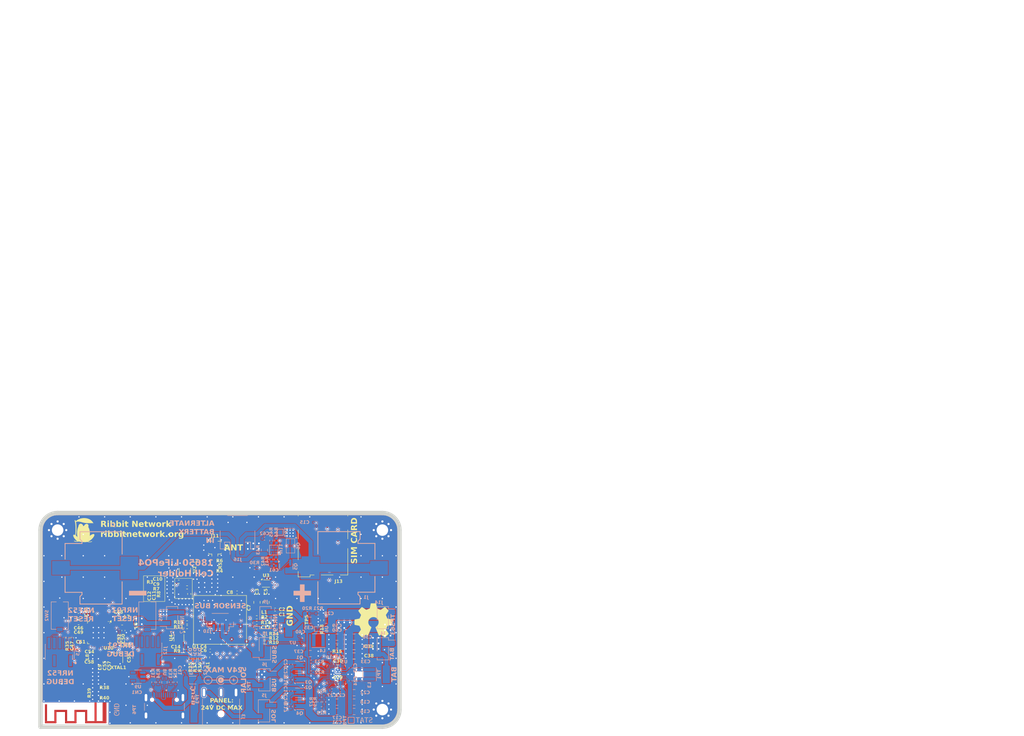
<source format=kicad_pcb>
(kicad_pcb
	(version 20241229)
	(generator "pcbnew")
	(generator_version "9.0")
	(general
		(thickness 1.611)
		(legacy_teardrops no)
	)
	(paper "A4")
	(layers
		(0 "F.Cu" signal)
		(4 "In1.Cu" power)
		(6 "In2.Cu" signal)
		(8 "In3.Cu" signal)
		(10 "In4.Cu" power)
		(2 "B.Cu" signal)
		(9 "F.Adhes" user "F.Adhesive")
		(11 "B.Adhes" user "B.Adhesive")
		(13 "F.Paste" user)
		(15 "B.Paste" user)
		(5 "F.SilkS" user "F.Silkscreen")
		(7 "B.SilkS" user "B.Silkscreen")
		(1 "F.Mask" user)
		(3 "B.Mask" user)
		(17 "Dwgs.User" user "User.Drawings")
		(19 "Cmts.User" user "User.Comments")
		(21 "Eco1.User" user "User.Eco1")
		(23 "Eco2.User" user "User.Eco2")
		(25 "Edge.Cuts" user)
		(27 "Margin" user)
		(31 "F.CrtYd" user "F.Courtyard")
		(29 "B.CrtYd" user "B.Courtyard")
		(35 "F.Fab" user)
		(33 "B.Fab" user)
	)
	(setup
		(stackup
			(layer "F.SilkS"
				(type "Top Silk Screen")
				(color "White")
			)
			(layer "F.Paste"
				(type "Top Solder Paste")
			)
			(layer "F.Mask"
				(type "Top Solder Mask")
				(color "Green")
				(thickness 0.025)
			)
			(layer "F.Cu"
				(type "copper")
				(thickness 0.035)
			)
			(layer "dielectric 1"
				(type "prepreg")
				(color "#808080FF")
				(thickness 0.069)
				(material "FR4")
				(epsilon_r 4.5)
				(loss_tangent 0.02)
			)
			(layer "In1.Cu"
				(type "copper")
				(thickness 0.03)
			)
			(layer "dielectric 2"
				(type "core")
				(color "FR4 natural")
				(thickness 0.075)
				(material "FR4")
				(epsilon_r 4.5)
				(loss_tangent 0.02)
			)
			(layer "In2.Cu"
				(type "copper")
				(thickness 0.03)
			)
			(layer "dielectric 3"
				(type "prepreg")
				(color "FR4 natural")
				(thickness 0.109)
				(material "FR4")
				(epsilon_r 4.5)
				(loss_tangent 0.02) addsublayer
				(color "FR4 natural")
				(thickness 0.865)
				(material "FR4")
				(epsilon_r 4.5)
				(loss_tangent 0.02) addsublayer
				(color "FR4 natural")
				(thickness 0.109)
				(material "FR4")
				(epsilon_r 4.5)
				(loss_tangent 0.02)
			)
			(layer "In3.Cu"
				(type "copper")
				(thickness 0.03)
			)
			(layer "dielectric 4"
				(type "core")
				(color "FR4 natural")
				(thickness 0.075)
				(material "FR4")
				(epsilon_r 4.5)
				(loss_tangent 0.02)
			)
			(layer "In4.Cu"
				(type "copper")
				(thickness 0.03)
			)
			(layer "dielectric 5"
				(type "prepreg")
				(thickness 0.069)
				(material "FR4")
				(epsilon_r 4.5)
				(loss_tangent 0.02)
			)
			(layer "B.Cu"
				(type "copper")
				(thickness 0.035)
			)
			(layer "B.Mask"
				(type "Bottom Solder Mask")
				(color "Green")
				(thickness 0.025)
			)
			(layer "B.Paste"
				(type "Bottom Solder Paste")
			)
			(layer "B.SilkS"
				(type "Bottom Silk Screen")
				(color "White")
			)
			(copper_finish "ENIG")
			(dielectric_constraints yes)
		)
		(pad_to_mask_clearance 0)
		(allow_soldermask_bridges_in_footprints no)
		(tenting none)
		(grid_origin 50.1 186.2)
		(pcbplotparams
			(layerselection 0x00000000_00000000_55555555_5755f5ff)
			(plot_on_all_layers_selection 0x00000000_00000000_00000000_00000000)
			(disableapertmacros no)
			(usegerberextensions no)
			(usegerberattributes yes)
			(usegerberadvancedattributes yes)
			(creategerberjobfile yes)
			(dashed_line_dash_ratio 12.000000)
			(dashed_line_gap_ratio 3.000000)
			(svgprecision 4)
			(plotframeref no)
			(mode 1)
			(useauxorigin no)
			(hpglpennumber 1)
			(hpglpenspeed 20)
			(hpglpendiameter 15.000000)
			(pdf_front_fp_property_popups yes)
			(pdf_back_fp_property_popups yes)
			(pdf_metadata yes)
			(pdf_single_document no)
			(dxfpolygonmode yes)
			(dxfimperialunits yes)
			(dxfusepcbnewfont yes)
			(psnegative no)
			(psa4output no)
			(plot_black_and_white yes)
			(plotinvisibletext no)
			(sketchpadsonfab no)
			(plotpadnumbers no)
			(hidednponfab no)
			(sketchdnponfab yes)
			(crossoutdnponfab yes)
			(subtractmaskfromsilk no)
			(outputformat 1)
			(mirror no)
			(drillshape 1)
			(scaleselection 1)
			(outputdirectory "")
		)
	)
	(net 0 "")
	(net 1 "GND")
	(net 2 "/PWR_nRF91")
	(net 3 "/nRF9151 - Power + RF/nRF91_VDD_GPIO")
	(net 4 "/nRF9151 - Power + RF/nRF91_VDD")
	(net 5 "Net-(U1A-DEC0)")
	(net 6 "/nRF9151 - Power + RF/LNA_EN_FILT")
	(net 7 "/nRF9151 - Power + RF/LNA_VCC_IN")
	(net 8 "/nRF9151 - GPIO + UICC/nRESET_FILT")
	(net 9 "VCC")
	(net 10 "/USB/PWR_USB_5V0_IN")
	(net 11 "/Power Management/ACDRV1_S")
	(net 12 "/Power Management/ACDRV1_G")
	(net 13 "/Power Management/ACDRV2_G")
	(net 14 "/Power Management/ACDRV2_S")
	(net 15 "/Power Management/PWR_VBUS")
	(net 16 "/Power Management/PMID")
	(net 17 "/PWR_USB_IN")
	(net 18 "/Power Management/REGN")
	(net 19 "/PWR_PANEL")
	(net 20 "/PWR_USB")
	(net 21 "/Power Management/BTST2")
	(net 22 "/Power Management/SW2")
	(net 23 "/Power Management/BTST1")
	(net 24 "/Power Management/SW1")
	(net 25 "/nRF52833/XC2")
	(net 26 "/PWR_3V3")
	(net 27 "/Power Management/CT")
	(net 28 "/Power Management/SDRV")
	(net 29 "/nRF52833/DEC3")
	(net 30 "/nRF52833/XC1")
	(net 31 "/nRF52833/ANT_MATCH")
	(net 32 "/PWR_nRF52")
	(net 33 "/nRF52833/DEC4_6")
	(net 34 "/USB/USB_CMC_D_P")
	(net 35 "/USB/USB_CC1")
	(net 36 "/USB/USB_CC2")
	(net 37 "/BAT_N")
	(net 38 "/USB/USB_CMC_D_N")
	(net 39 "Net-(U10-DEC1)")
	(net 40 "/nRF9151 - GPIO + UICC/LED_GREEN")
	(net 41 "/nRF9151 - GPIO + UICC/LED_RED")
	(net 42 "/nRF9151 - GPIO + UICC/LED_YELLOW")
	(net 43 "/nRF9151 - Power + RF/LTE_ANT")
	(net 44 "/nRF9151 - GPIO + UICC/APP_SIM_DETECT")
	(net 45 "/nRF9151 - GPIO + UICC/SIM_CLK_EXT")
	(net 46 "/nRF9151 - GPIO + UICC/SIM_RST_EXT")
	(net 47 "/nRF9151 - GPIO + UICC/SIM_IO_EXT")
	(net 48 "/PWR_BAT_IN")
	(net 49 "/PANEL_DETECT")
	(net 50 "/PWR_PANEL_IN")
	(net 51 "Net-(U10-P0.18{slash}RESET)")
	(net 52 "Net-(U10-DECUSB)")
	(net 53 "unconnected-(CN1-SBU2-PadB8)")
	(net 54 "unconnected-(CN1-SBU1-PadA8)")
	(net 55 "/I2C_SBUS.SDA")
	(net 56 "/I2C_SBUS.SCL")
	(net 57 "/nRF52833/nRF_GPIO0")
	(net 58 "unconnected-(J12-NC-Pad8)")
	(net 59 "/nRF52833/nRF52_SWCLK")
	(net 60 "/nRF52833/nRF91_SWD.nRESET")
	(net 61 "/nRF52_nRESET")
	(net 62 "/nRF52833/nRF52_SWDIO")
	(net 63 "unconnected-(J12-KEY-Pad7)")
	(net 64 "/nRF9151 - GPIO + UICC/SWO_UNUSED")
	(net 65 "unconnected-(J13-VPP{slash}SWP-PadC6)")
	(net 66 "/PWR_3V3_LS_OUT")
	(net 67 "/nRF9151 - Power + RF/FIL_OUT")
	(net 68 "/nRF9151 - Power + RF/AMP_IN")
	(net 69 "unconnected-(J15-NC-Pad8)")
	(net 70 "/nRF52833/ANT_BLE")
	(net 71 "/nRF52833/DCC_L")
	(net 72 "/nRF52833/DCC")
	(net 73 "Net-(U1A-ENABLE)")
	(net 74 "/nRF9151 - Power + RF/LTE_ANT_TUNED")
	(net 75 "/nRF9151 - GPIO + UICC/LNA_EN")
	(net 76 "unconnected-(J15-KEY-Pad7)")
	(net 77 "Net-(U6-LX2)")
	(net 78 "Net-(U6-LX1)")
	(net 79 "/Power Management/I2C_PMIC.SCL")
	(net 80 "/USB/USB_D_N")
	(net 81 "/USB/USB_D_P")
	(net 82 "/Power Management/ACDRV1")
	(net 83 "/Power Management/ACDRV2")
	(net 84 "/Power Management/PROG")
	(net 85 "/BOOST_PWM_EN")
	(net 86 "/Power Management/BATP")
	(net 87 "/nRF52833/RADIO")
	(net 88 "/nRF9151 - GPIO + UICC/SPI_FLASH_SCLK")
	(net 89 "/Power Management/TS")
	(net 90 "/Power Management/FB")
	(net 91 "/Power Management/ILIM_HIZ")
	(net 92 "unconnected-(U1C-COEX2-Pad54)")
	(net 93 "unconnected-(U1D-RESERVED-Pad82)")
	(net 94 "/Power Management/I2C_PMIC.SDA")
	(net 95 "unconnected-(U1D-RESERVED-Pad99)")
	(net 96 "/nRF9151 - GPIO + UICC/SPI_FLASH_SIO1")
	(net 97 "unconnected-(U1D-RESERVED-Pad31)")
	(net 98 "unconnected-(U1C-COEX1-Pad53)")
	(net 99 "unconnected-(U1C-MAGPIO0-Pad21)")
	(net 100 "/nRF9151 - GPIO + UICC/SIM_RST_IN")
	(net 101 "unconnected-(U1D-RESERVED-Pad103)")
	(net 102 "/nRF52833/nRF_GPIO2")
	(net 103 "unconnected-(U1C-SIM_DET-Pad26)")
	(net 104 "unconnected-(U1D-RESERVED-Pad101)")
	(net 105 "unconnected-(U1D-RESERVED-Pad32)")
	(net 106 "unconnected-(U1D-RESERVED-Pad33)")
	(net 107 "/nRF52833/UART0.TX")
	(net 108 "unconnected-(U1D-RESERVED-Pad90)")
	(net 109 "/nRF52833/BLE_SPI.MOSI")
	(net 110 "/nRF9151 - GPIO + UICC/SPI_FLASH_nHOLD{slash}SIO3")
	(net 111 "unconnected-(U1D-RESERVED-Pad92)")
	(net 112 "unconnected-(U1D-RESERVED-Pad100)")
	(net 113 "/nRF52833/BLE_SPI.nCS")
	(net 114 "unconnected-(U1D-RESERVED-Pad98)")
	(net 115 "/nRF52833/nRF_GPIO1")
	(net 116 "unconnected-(U1D-RESERVED-Pad84)")
	(net 117 "unconnected-(U1D-RESERVED-Pad86)")
	(net 118 "unconnected-(U1C-MAGPIO1-Pad22)")
	(net 119 "unconnected-(U1D-RESERVED-Pad91)")
	(net 120 "unconnected-(U1C-SDATA-Pad27)")
	(net 121 "unconnected-(U1C-MAGPIO2-Pad23)")
	(net 122 "unconnected-(U1C-SCLK-Pad28)")
	(net 123 "unconnected-(U1D-RESERVED-Pad96)")
	(net 124 "/nRF9151 - GPIO + UICC/SPI_FLASH_nWP{slash}SIO2")
	(net 125 "unconnected-(U1D-RESERVED-Pad81)")
	(net 126 "unconnected-(U1D-RESERVED-Pad104)")
	(net 127 "/nRF52833/nRF91_SWD.IO")
	(net 128 "/nRF9151 - GPIO + UICC/SIM_CLK_IN")
	(net 129 "unconnected-(U1C-VIO-Pad29)")
	(net 130 "/nRF52833/UART0.RX")
	(net 131 "unconnected-(U1D-RESERVED-Pad93)")
	(net 132 "unconnected-(U1D-RESERVED-Pad85)")
	(net 133 "/nRF52833/BLE_SPI.MISO")
	(net 134 "unconnected-(U1D-RESERVED-Pad97)")
	(net 135 "/nRF52833/BLE_SPI.CLK")
	(net 136 "unconnected-(U5-D+-Pad6)")
	(net 137 "unconnected-(U1D-RESERVED-Pad89)")
	(net 138 "unconnected-(U1D-RESERVED-Pad87)")
	(net 139 "unconnected-(U1D-RESERVED-Pad102)")
	(net 140 "/nRF9151 - Power + RF/GNSS_LNA_RF")
	(net 141 "/nRF9151 - GPIO + UICC/SIM_IO_IN")
	(net 142 "unconnected-(U1D-RESERVED-Pad94)")
	(net 143 "unconnected-(U1D-RESERVED-Pad83)")
	(net 144 "/nRF9151 - GPIO + UICC/SPI_FLASH_SI{slash}SIO0")
	(net 145 "/nRF9151 - GPIO + UICC/SPI_FLASH_nCS")
	(net 146 "/SBUS_EN")
	(net 147 "/nRF9151 - Power + RF/GNSS_RF")
	(net 148 "unconnected-(U1D-RESERVED-Pad88)")
	(net 149 "unconnected-(U1D-RESERVED-Pad95)")
	(net 150 "unconnected-(U5-D--Pad7)")
	(net 151 "unconnected-(U10-DEC5-Pad21)")
	(net 152 "/Power Management/nQON")
	(net 153 "/nRF52833/nRF_GPIO3")
	(net 154 "/nRF52833/nRF91_SWD.CLK")
	(net 155 "unconnected-(J15-SWO-Pad6)")
	(net 156 "/nRF52833/UART1.RX")
	(net 157 "/nRF52833/nRF91_SWD.SWO")
	(net 158 "/nRF52833/UART1.TX")
	(net 159 "/nRF52833/nRF_GPIO4")
	(net 160 "/BQ_nINT")
	(net 161 "/BQ_nCE")
	(net 162 "/Power Management/PWR_SYS")
	(net 163 "/Power Management/PWR_TPS63_VIN")
	(net 164 "/PWR_3V3_LS")
	(net 165 "/Battery Protection/VDD")
	(net 166 "/PWR_BATT")
	(net 167 "/nRF52833/RADIO_MATCH")
	(net 168 "Net-(D1-K)")
	(net 169 "Net-(D2-K)")
	(net 170 "Net-(D3-K)")
	(net 171 "/nRF9151 - GPIO + UICC/SCLK_TERM")
	(net 172 "/Battery Protection/CTR")
	(net 173 "/BAT_P")
	(net 174 "/Battery Protection/BAT_P_POL")
	(net 175 "/Battery Protection/CHG")
	(net 176 "/Battery Protection/DSG")
	(net 177 "/Battery Protection/BAT")
	(net 178 "/Battery Protection/PACK")
	(net 179 "/Power Management/STAT")
	(net 180 "unconnected-(U9-I{slash}O2-Pad3)")
	(net 181 "unconnected-(U9-I{slash}O1-Pad1)")
	(footprint "footprints:C_0402_1005Metric" (layer "F.Cu") (at 100.7 163))
	(footprint "footprints:R_0402_1005Metric" (layer "F.Cu") (at 87.4 170.3 90))
	(footprint "footprints:JAE_SF72S006VBDR2500" (layer "F.Cu") (at 115.18 145.685 180))
	(footprint "footprints:R_0402_1005Metric" (layer "F.Cu") (at 115.99 161.3 -90))
	(footprint "footprints:L_0402_1005Metric" (layer "F.Cu") (at 84.635 147.425))
	(footprint "footprints:R_0402_1005Metric" (layer "F.Cu") (at 82.45 152.275 180))
	(footprint "footprints:C_0201_0603Metric" (layer "F.Cu") (at 68.6 163.5 -90))
	(footprint "footprints:C_0201_0603Metric" (layer "F.Cu") (at 84.22 152.675))
	(footprint "footprints:R_0402_1005Metric" (layer "F.Cu") (at 100.7 161.9 180))
	(footprint "footprints:KOA_TEST_POINT_1206" (layer "F.Cu") (at 110.6 161.2 -90))
	(footprint "footprints:L_0402_1005Metric" (layer "F.Cu") (at 71.3 162.5 -90))
	(footprint "footprints:L_0603_1608Metric" (layer "F.Cu") (at 69.2 161.9))
	(footprint "footprints:C_0201_0603Metric" (layer "F.Cu") (at 69.8 170.1 -90))
	(footprint "footprints:R_0402_1005Metric" (layer "F.Cu") (at 100.7 160.6 180))
	(footprint "footprints:QFN-40-1EP_5x5mm_P0.4mm_EP3.6x3.6mm" (layer "F.Cu") (at 63.7 164.2 -90))
	(footprint "footprints:C_0201_0603Metric" (layer "F.Cu") (at 63.3 171.1))
	(footprint "footprints:R_0402_1005Metric" (layer "F.Cu") (at 85.2 170.3 90))
	(footprint "footprints:C_0201_0603Metric" (layer "F.Cu") (at 83.646 167.55545))
	(footprint "footprints:XTAL_MP06003_SMD_2016-4Pin_2.0x1.6mm"
		(layer "F.Cu")
		(uuid "385e6abd-8912-4e65-83ba-fea939d7eaff")
		(at 68 170.1 180)
		(descr "SMD Crystal SERIES SMD2016/4 http://www.q-crystal.com/upload/5/2015552223166229.pdf, 2.0x1.6mm^2 package")
		(tags "SMD SMT crystal")
		(property "Reference" "XTAL1"
			(at -0.3 -2.3 180)
			(layer "F.SilkS")
			(uuid "1879b462-78b3-4365-aeb4-4c57cac014cf")
			(effects
				(font
					(face "PT Mono")
					(size 0.8 0.762)
					(thickness 0.15)
					(bold yes)
				)
			)
			(render_cache "XTAL1" 0
				(polygon
					(pts
						(xy 66.935837 172.329585) (xy 66.724739 171.947296) (xy 66.895311 171.947296) (xy 67.004048 172.160325)
						(xy 67.028568 172.217478) (xy 67.052019 172.160325) (xy 67.162895 171.947296) (xy 67.328117 171.947296)
						(xy 67.113855 172.330709) (xy 67.334538 172.732) (xy 67.163966 172.732) (xy 67.049878 172.507785)
						(xy 67.021124 172.447261) (xy 66.993393 172.507785) (xy 66.874001 172.732) (xy 66.708733 172.732)
					)
				)
				(polygon
					(pts
						(xy 67.466585 172.610073) (xy 67.588117 172.610073) (xy 67.588117 172.069222) (xy 67.485755 172.069222)
						(xy 67.485755 172.20678) (xy 67.368504 172.20678) (xy 67.368504 171.947296) (xy 67.952666 171.947296)
						(xy 67.952666 172.20678) (xy 67.835415 172.20678) (xy 67.835415 172.069222) (xy 67.734169 172.069222)
						(xy 67.734169 172.610073) (xy 67.854631 172.610073) (xy 67.854631 172.732) (xy 67.466585 172.732)
					)
				)
				(polygon
					(pts
						(xy 68.613507 172.732) (xy 68.459964 172.732) (xy 68.406689 172.556926) (xy 68.183865 172.556926)
						(xy 68.132684 172.732) (xy 67.986632 172.732) (xy 68.077836 172.435) (xy 68.21797 172.435) (xy 68.377888 172.435)
						(xy 68.302186 172.172244) (xy 68.292602 172.172244) (xy 68.21797 172.435) (xy 68.077836 172.435)
						(xy 68.227602 171.947296) (xy 68.373654 171.947296)
					)
				)
				(polygon
					(pts
						(xy 69.061109 172.413116) (xy 69.193296 172.413116) (xy 69.193296 172.732) (xy 68.702888 172.732)
						(xy 68.702888 171.947296) (xy 68.84894 171.947296) (xy 68.84894 172.594442) (xy 69.061109 172.594442)
					)
				)
				(polygon
					(pts
						(xy 69.372243 172.610073) (xy 69.535325 172.610073) (xy 69.535325 172.118657) (xy 69.394623 172.23179)
						(xy 69.330647 172.142202) (xy 69.573711 171.947296) (xy 69.667512 171.947296) (xy 69.667512 172.610073)
						(xy 69.827429 172.610073) (xy 69.827429 172.732) (xy 69.372243 172.732)
					)
				)
			)
		)
		(property "Value" "32M"
			(at 0 2 180)
			(layer "F.Fab")
			(uuid "804206bb-3d73-47a0-a1ef-d55e987726bd")
			(effects
				(font
					(size 1 1)
					(thickness 0.15)
				)
			)
		)
		(property "Datasheet" "http://parts.djgood.ca/en/part/147/info"
			(at 0 0 180)
			(unlocked yes)
			(layer "F.Fab")
			(hide yes)
			(uuid "2172692b-583c-4b1d-b705-411c1f146a8b")
			(effects
				(font
					(size 1.27 1.27)
					(thickness 0.15)
				)
			)
		)
		(property "Description" "32 MHz ±10ppm Crystal 8pF 50 Ohms 4-SMD, No Lead"
			(at 0 0 180)
			(unlocked yes)
			(layer "F.Fab")
			(hide yes)
			(uuid "15080bc6-1f4a-4b64-bbbe-edf3d48ba14d")
			(effects
				(font
					(size 1.27 1.27)
					(thickness 0.15)
				)
			)
		)
		(property "Category" "Miscellaneous/Crystals"
			(at 0 0 180)
			(unlocked yes)
			(layer "F.Fab")
			(hide yes)
			(uuid "9aef04da-217a-4eb5-979b-84372f50322c")
			(effects
				(font
					(size 1 1)
					(thickness 0.15)
				)
			)
		)
		(property "MPN" "MP06003"
			(at 0 0 180)
			(unlocked yes)
			(layer "F.Fab")
			(hide yes)
			(uuid "94960919-ba10-4eeb-8360-2cb3ac335c2d")
			(effects
				(font
					(size 1 1)
					(thickness 0.15)
				)
			)
		)
		(property "Manufacturer" "Golledge Electronics Ltd"
			(at 0 0 180)
			(unlocked yes)
			(layer "F.Fab")
			(hide yes)
			(uuid "8ea7e13b-3ef4-4c8b-af03-c49709593698")
			(effects
				(font
					(size 1 1)
					(thickness 0.15)
				)
			)
		)
		(property "Manufacturing Status" "Active"
			(at 0 0 180)
			(unlocked yes)
			(layer "F.Fab")
			(hide yes)
			(uuid "3a48acb9-a76b-4698-8d71-0533cb3a2e30")
			(effects
				(font
					(size 1 1)
					(thickness 0.15)
				)
			)
		)
		(property "Part-DB Footprint" "4-SMD"
			(at 0 0 180)
			(unlocked yes)
			(layer "F.Fab")
			(hide yes)
			(uuid "89de35cb-025f-4315-8831-dede036ab9c8")
			(effects
				(font
					(size 1 1)
					(thickness 0.15)
				)
			)
		)
		(property "Part-DB ID" "147"
			(at 0 0 180)
			(unlocked yes)
			(layer "F.Fab")
			(hide yes)
			(uuid "8ee42b88-4f59-4ed4-b278-a4db25ce85dd")
			(effects
				(font
					(size 1 1)
					(thickness 0.15)
				)
			)
		)
		(property ki_fp_filters "Crystal*")
		(path "/420b862b-0729-4a30-988b-61e1201e05b5/9873efda-e8b3-43fa-877a-075e734081c5")
		(sheetname "/nRF52833/")
		(sheetfile "nrf52833.kicad_sch")
		(attr smd)
		(fp_line
			(start -1.35 1.15)
			(end 1.35 1.15)
			(stroke
				(width 0.12)
				(type solid)
			)
			(layer "F.SilkS")
			(uuid "4f8864e7-6623-4bfe-8de9-6da33427ad5f")
		)
		(fp_line
			(start -1.35 -1.15)
			(end -1.35 1.15)
			(stroke
				(width 0.12)
				(type solid)
			)
			(layer "F.SilkS")
			(uuid "764cc028-cdf0-40fd-99e1-15bef51c576b")
		)
		(fp_line
			(start 1.4 1.15)
			(end 1.4 -1.15)
			(stroke
				(width 0.05)
				(type solid)
			)
			(layer "F.CrtYd")
			(uuid "e1a845ce-d2bf-46b4-be82-66d651b479eb")
		)
		(fp_line
			(start 1.4 -1.15)
			(end -1.4 -1.15)
			(stroke
				(width 0.05)
				(type solid)
			)
			(layer "F.CrtYd")
			(uuid "b8fd671c-2158-45d0-b22a-c686c284ceef")
		)
		(fp_line
			(start -1.4 1.15)
			(end 1.4 1.15)
			(stroke
				(width 0.05)
				(type solid)
			)
			(layer "F.CrtYd")
			(uuid "8da8a049-8830-477e-b84f-7448990d08a0")
		)
		(fp_line
			(start -1.4 -1.15)
			(end -1.4 1.15)
			(stroke
				(width 0.05)
				(type solid)
			)
			(layer "F.CrtYd")
			(uuid "009726d5-6be0-451a-9ca8-2021eb5650bb")
		)
		(fp_line
			(start 1 0.7)
			(end 0.9 0.8)
			(stroke
				(width 0.1)
				(type solid)
			)
			(layer "F.Fab")
			(uuid "1ba49aef-3024-4d25-b1b8-3d1945c47355")
		)
		(fp_line
			(start 1 -0.7)
			(end 1 0.7)
			(stroke
				(width 0.1)
				(type solid)
			)
			(layer "F.Fab")
			(uuid "e7b55f63-8e83-4260-84db-74b19566d1b1")
		)
		(fp_line
			(start 0.9 0.8)
			(end -0.9 0.8)
			(stroke
				(width 0.1)
				(type solid)
			)
			(layer "F.Fab")
			(uuid "754ae679-996b-441a-8758-17b78d915b05")
		)
		(fp_line
			(start 0.9 -0.8)
			(end 1 -0.7)
			(stroke
				(width 0.1)
				(type solid)
			)
			(layer "F.Fab")
			(uuid "783b1923-2f0a-44c2-8a56-96cf1a3f8976")
		)
		(fp_line
			(start -0.9 0.8)
			(end -1 0.7)
			(stroke
				(width 0.1)
				(type solid)
			)
			(layer "F.Fab")
			(uuid "2dee07a9-3dc7-4cf8-bdc4-ea40dbbc484f")
		)
		(fp_line
			(start -0.9 -0.8)
			(end 0.9 -0.8)
			(stroke
				(width 0.1)
				(type solid)
			)
			(layer "F.Fab")
			(uuid "f0bafe19-900f-4c96-9aaf-c1416606c2b8")
		)
		(fp_line
			(start -1 0.7)
			(end -1 -0.7)
			(stroke
				(width 0.1)
				(type solid)
			)
			(layer "F.Fab")
			(uuid "6ed8cc8e-d834-46e0-a7ad-03900bd650c3")
		)
		(fp_line
			(start -1 0.3)
			(end -0.5 0.8)
			(stroke
				(width 0.1)
				(type solid)
			)
			(layer "F.Fab")
			(uuid "a191c0b2-23c1-47ab-be59-9935493d81c1")
		)
		(fp_line
			(start -1 -0.7)
			(end -0.9 -0.8)
			(stroke
				(width 0.1)
				(type solid)
			)
			(layer "F.Fab")
			(uuid "4bc4c89b-ed83-43ab-991d-da091166f4b5")
		)
		(fp_text user "${REFERENCE}"
			(at 0 0 180)
			(layer "F.Fab")
			(uuid "52385e11-dd72-4958-ad68-898e6e1b07cb")
			(effects
				(font
					(size 0.5 0.5)
					(thickness 0.075)
				)
			)
		)
		(pad "1" smd rect
			(at -0.725 0.575 180)
			(size 0.95 0.85)
			(layers "F.Cu" "F.Mask" "F.Paste")
			(net 25 "/nRF52833/XC2")
			(pinfunction "1")
			(pintype "passive")
			(uuid "cc081d0e-cb49-4d0c-91a9-ed681b89db53")
		)
		(pad "2" smd rect
			(at 0.725 0.575 180)
			(size 0.95 0.85)
			(layers "F.Cu" "F.Mask" "F.Paste")
			(net 1 "GND")
			(pinfunction "2")
			(pintype "passive")
			(uuid "6f691410-8101-4a1b-832d-f20000fbbfad")
		)
		(pad "3" smd rect
			(at 0.725 -0.575 180)
			(size 0.95 0.85)
			(layers "F.Cu" "F.Mask" "F.Paste")
			(net 30 "/nRF52833/XC1")
			(pinfunction "3")
			(pintype "passive")
			(uuid "d8a6345c-6f29-4533-8707-8cec16eebadf")
		)
		(pad "4" smd rect
			(at -0.725 -0.575 180)
			(size 0.95 0.85)
			(layers "F.Cu" "F.Mask" "F.Paste")
			(net 1 "GND")
			(pinfunction "4")
			(pintype "passive")
			(uuid "b2d49f80-f9ef-4521-a7e3-2c7bb9dd7cde")
		)
		(embedded_fonts no)
		(model "${HTTP_LIBRARY_3D_DIR}/
... [4821773 chars truncated]
</source>
